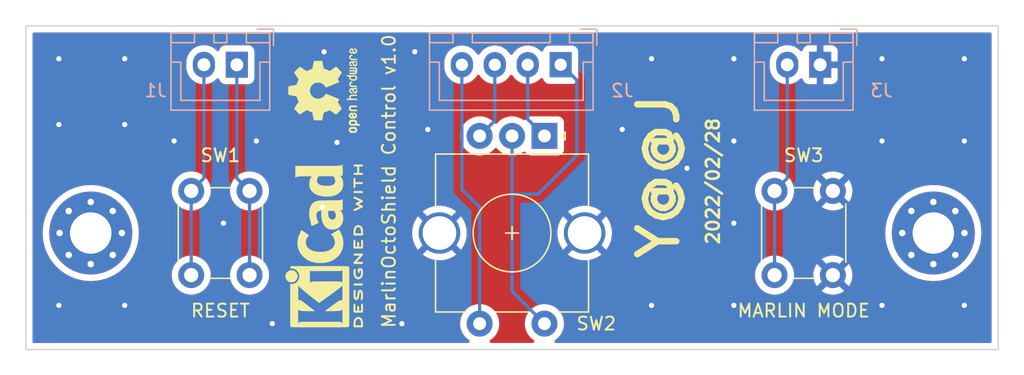
<source format=kicad_pcb>
(kicad_pcb (version 20211014) (generator pcbnew)
  (title_block (title "12864 Emulator for OctoPrint (MarlinEmu) : Control") (date "2022-02-28") (rev "1.0") (company "Yet Another Average Joe"))
  (layers (0 "F.Cu" signal) (31 "B.Cu" signal) (34 "B.Paste" user) (35 "F.Paste" user) (36 "B.SilkS" user "B.Silkscreen") (37 "F.SilkS" user "F.Silkscreen") (38 "B.Mask" user) (39 "F.Mask" user) (44 "Edge.Cuts" user))
  (net 0 "")
  (net 1 "BTN_ENC")
  (net 2 "GND")
  (net 3 "+5V")
  (net 4 "BTN_EN1")
  (net 5 "BTN_EN2")
  (net 6 "BTN_MODE")
  (net 7 "RESET")
  (net 8 "CMN_ENC")
  (footprint "Symbol:KiCad-Logo2_5mm_SilkScreen" (layer "F.Cu") (at 23 17 90)
    (fp_text reference "" hide)
    (fp_text value "KiCad-Logo2_5mm_SilkScreen" hide)
  )
  (footprint "Symbol:OSHW-Logo2_7.3x6mm_SilkScreen" (layer "F.Cu") (at 23 5 90)
    (fp_text reference "" hide)
    (fp_text value "OSHW-Logo2_7.3x6mm_SilkScreen" hide)
  )
  (footprint "YAAJ_Switches:SW_PUSH_6mm_H4.3mm_Orig_Center" (layer "F.Cu") (at 15 16 -90)
    (fp_text reference "SW1" (at -6 0) (layer "F.SilkS"))
    (fp_text value "SW_Push" hide)
    (pad "1" thru_hole circle (at -3.25 -2.25) (size 2 2) (drill 1.1) (layers *.Cu *.Mask) (net 7 "RESET"))
    (pad "1" thru_hole circle (at 3.25 -2.25) (size 2 2) (drill 1.1) (layers *.Cu *.Mask) (net 7 "RESET"))
    (pad "2" thru_hole circle (at 3.25 2.25) (size 2 2) (drill 1.1) (layers *.Cu *.Mask) (net 3 "+5V"))
    (pad "2" thru_hole circle (at -3.25 2.25) (size 2 2) (drill 1.1) (layers *.Cu *.Mask) (net 3 "+5V"))
  )
  (footprint "MountingHole:MountingHole_3.2mm_M3_Pad_Via" (layer "F.Cu") (at 5 16)
    (fp_text reference "H2" hide)
    (fp_text value "MountingHole" hide)
    (pad "1" thru_hole circle (at 0 0) (size 6.4 6.4) (drill 3.2) (layers *.Cu *.Mask))
    (pad "1" thru_hole circle (at 0 2.4) (size 0.8 0.8) (drill 0.5) (layers *.Cu *.Mask))
    (pad "1" thru_hole circle (at -2.4 0) (size 0.8 0.8) (drill 0.5) (layers *.Cu *.Mask))
    (pad "1" thru_hole circle (at -1.697056 1.697056) (size 0.8 0.8) (drill 0.5) (layers *.Cu *.Mask))
    (pad "1" thru_hole circle (at 2.4 0) (size 0.8 0.8) (drill 0.5) (layers *.Cu *.Mask))
    (pad "1" thru_hole circle (at 0 -2.4) (size 0.8 0.8) (drill 0.5) (layers *.Cu *.Mask))
    (pad "1" thru_hole circle (at -1.697056 -1.697056) (size 0.8 0.8) (drill 0.5) (layers *.Cu *.Mask))
    (pad "1" thru_hole circle (at 1.697056 -1.697056) (size 0.8 0.8) (drill 0.5) (layers *.Cu *.Mask))
    (pad "1" thru_hole circle (at 1.697056 1.697056) (size 0.8 0.8) (drill 0.5) (layers *.Cu *.Mask))
  )
  (footprint "MountingHole:MountingHole_3.2mm_M3_Pad_Via" (layer "F.Cu") (at 70 16)
    (fp_text reference "H1" hide)
    (fp_text value "MountingHole" hide)
    (pad "1" thru_hole circle (at 2.4 0) (size 0.8 0.8) (drill 0.5) (layers *.Cu *.Mask))
    (pad "1" thru_hole circle (at 0 0) (size 6.4 6.4) (drill 3.2) (layers *.Cu *.Mask))
    (pad "1" thru_hole circle (at -1.697056 1.697056) (size 0.8 0.8) (drill 0.5) (layers *.Cu *.Mask))
    (pad "1" thru_hole circle (at -2.4 0) (size 0.8 0.8) (drill 0.5) (layers *.Cu *.Mask))
    (pad "1" thru_hole circle (at 0 -2.4) (size 0.8 0.8) (drill 0.5) (layers *.Cu *.Mask))
    (pad "1" thru_hole circle (at 1.697056 -1.697056) (size 0.8 0.8) (drill 0.5) (layers *.Cu *.Mask))
    (pad "1" thru_hole circle (at -1.697056 -1.697056) (size 0.8 0.8) (drill 0.5) (layers *.Cu *.Mask))
    (pad "1" thru_hole circle (at 0 2.4) (size 0.8 0.8) (drill 0.5) (layers *.Cu *.Mask))
    (pad "1" thru_hole circle (at 1.697056 1.697056) (size 0.8 0.8) (drill 0.5) (layers *.Cu *.Mask))
  )
  (footprint "YAAJ_Switches:RotaryEncoder_Alps_EC11E-Switch_Vertical_H20mm_CircularMountingHoles_Orig_Center" (layer "F.Cu") (at 37.5 16 -90)
    (fp_text reference "SW2" (at 7 -6.5) (layer "F.SilkS"))
    (fp_text value "RotaryEncoder_Switch" hide)
    (pad "A" thru_hole rect (at -7.5 -2.5 270) (size 2 2) (drill 1) (layers *.Cu *.Mask) (net 4 "BTN_EN1"))
    (pad "B" thru_hole circle (at -7.5 2.5 270) (size 2 2) (drill 1) (layers *.Cu *.Mask) (net 5 "BTN_EN2"))
    (pad "C" thru_hole circle (at -7.5 0 270) (size 2 2) (drill 1) (layers *.Cu *.Mask) (net 8 "CMN_ENC"))
    (pad "MP" thru_hole circle (at 0 -5.6 270) (size 3.2 3.2) (drill 2.6) (layers *.Cu *.Mask) (net 2 "GND"))
    (pad "MP" thru_hole circle (at 0 5.6 270) (size 3.2 3.2) (drill 2.6) (layers *.Cu *.Mask) (net 2 "GND"))
    (pad "S1" thru_hole circle (at 7 2.5 270) (size 2 2) (drill 1) (layers *.Cu *.Mask) (net 1 "BTN_ENC"))
    (pad "S2" thru_hole circle (at 7 -2.5 270) (size 2 2) (drill 1) (layers *.Cu *.Mask) (net 8 "CMN_ENC"))
  )
  (footprint "YAAJ_Switches:SW_PUSH_6mm_H4.3mm_Orig_Center" (layer "F.Cu") (at 60 16 -90)
    (fp_text reference "SW3" (at -6 0) (layer "F.SilkS"))
    (fp_text value "SW_Push" hide)
    (pad "1" thru_hole circle (at 3.25 -2.25) (size 2 2) (drill 1.1) (layers *.Cu *.Mask) (net 2 "GND"))
    (pad "1" thru_hole circle (at -3.25 -2.25) (size 2 2) (drill 1.1) (layers *.Cu *.Mask) (net 2 "GND"))
    (pad "2" thru_hole circle (at -3.25 2.25) (size 2 2) (drill 1.1) (layers *.Cu *.Mask) (net 6 "BTN_MODE"))
    (pad "2" thru_hole circle (at 3.25 2.25) (size 2 2) (drill 1.1) (layers *.Cu *.Mask) (net 6 "BTN_MODE"))
  )
  (footprint "YAAJ_Connectors:JST_KNOCKOFF_XH_B2B-XH-A_1x02_P2.54mm_Vertical" (layer "B.Cu") (at 61.27 3 180)
    (fp_text reference "J3" (at -4.73 -2) (layer "B.SilkS") (effects (justify mirror)))
    (fp_text value "Conn_01x02_Male" hide)
    (pad "1" thru_hole rect (at 0 0 180) (size 1.7 2) (drill 1) (layers *.Cu *.Mask) (net 2 "GND"))
    (pad "2" thru_hole oval (at 2.54 0 180) (size 1.7 2) (drill 1) (layers *.Cu *.Mask) (net 6 "BTN_MODE"))
  )
  (footprint "YAAJ_Connectors:JST_KNOCKOFF_XH_B4B-XH-A_1x04_P2.54mm_Vertical" (layer "B.Cu") (at 41.25 3 180)
    (fp_text reference "J2" (at -4.75 -2) (layer "B.SilkS") (effects (justify mirror)))
    (fp_text value "Conn_01x04_Male" hide)
    (pad "1" thru_hole rect (at 0 0 180) (size 1.7 1.95) (drill 0.95) (layers *.Cu *.Mask) (net 8 "CMN_ENC"))
    (pad "2" thru_hole oval (at 2.54 0 180) (size 1.7 1.95) (drill 0.95) (layers *.Cu *.Mask) (net 4 "BTN_EN1"))
    (pad "3" thru_hole oval (at 5.08 0 180) (size 1.7 1.95) (drill 0.95) (layers *.Cu *.Mask) (net 5 "BTN_EN2"))
    (pad "4" thru_hole oval (at 7.62 0 180) (size 1.7 1.95) (drill 0.95) (layers *.Cu *.Mask) (net 1 "BTN_ENC"))
  )
  (footprint "YAAJ_Connectors:JST_KNOCKOFF_XH_B2B-XH-A_1x02_P2.54mm_Vertical" (layer "B.Cu") (at 16.27 3 180)
    (fp_text reference "J1" (at 6.27 -2) (layer "B.SilkS") (effects (justify mirror)))
    (fp_text value "Conn_01x02_Male" hide)
    (pad "1" thru_hole rect (at 0 0 180) (size 1.7 2) (drill 1) (layers *.Cu *.Mask) (net 7 "RESET"))
    (pad "2" thru_hole oval (at 2.54 0 180) (size 1.7 2) (drill 1) (layers *.Cu *.Mask) (net 3 "+5V"))
  )
  (gr_rect locked (start 0 0) (end 75 25) (layer "Edge.Cuts") (width 0.1) (fill none))
  (gr_text "MARLIN MODE" (at 60 22) (layer "F.SilkS") (effects (font (size 1 1))))
  (gr_text "RESET" (at 15 22) (layer "F.SilkS") (effects (font (size 1 1))))
  (gr_text "Y@@J" (at 48.801327 11.631004 90) (layer "F.SilkS") (effects (font (size 3 3) (thickness 0.5))))
  (gr_text "MarlinOctoShield Control v1.0" (at 28 12 90) (layer "F.SilkS") (effects (font (size 1 1))))
  (gr_text "2022/02/28" (at 53 12 90) (layer "F.SilkS") (effects (font (size 1 1) (thickness 0.2))))
  (segment (start 35 14) (end 35 23) (width 0.25) (layer "B.Cu") (net 1))
  (segment (start 33.63 12.63) (end 35 14) (width 0.25) (layer "B.Cu") (net 1))
  (segment (start 33.63 3) (end 33.63 12.63) (width 0.25) (layer "B.Cu") (net 1))
  (via (at 54.61 2.54) (size 0.8) (drill 0.4) (layers "F.Cu" "B.Cu") (net 2))
  (via (at 48.26 2.54) (size 0.8) (drill 0.4) (layers "F.Cu" "B.Cu") (net 2))
  (via (at 17.78 8.89) (size 0.8) (drill 0.4) (layers "F.Cu" "B.Cu") (net 2))
  (via (at 66.04 21.59) (size 0.8) (drill 0.4) (layers "F.Cu" "B.Cu") (net 2))
  (via (at 66.04 2.54) (size 0.8) (drill 0.4) (layers "F.Cu" "B.Cu") (net 2))
  (via (at 72.39 2.54) (size 0.8) (drill 0.4) (layers "F.Cu" "B.Cu") (net 2))
  (via (at 2.54 21.59) (size 0.8) (drill 0.4) (layers "F.Cu" "B.Cu") (net 2))
  (via (at 72.39 8.89) (size 0.8) (drill 0.4) (layers "F.Cu" "B.Cu") (net 2))
  (via (at 46 8) (size 0.8) (drill 0.4) (layers "F.Cu" "B.Cu") (net 2))
  (via (at 22.86 14) (size 0.8) (drill 0.4) (layers "F.Cu" "B.Cu") (net 2))
  (via (at 51 11) (size 0.8) (drill 0.4) (layers "F.Cu" "B.Cu") (net 2))
  (via (at 2.54 7.62) (size 0.8) (drill 0.4) (layers "F.Cu" "B.Cu") (net 2))
  (via (at 29 23) (size 0.8) (drill 0.4) (layers "F.Cu" "B.Cu") (net 2))
  (via (at 72.39 21.59) (size 0.8) (drill 0.4) (layers "F.Cu" "B.Cu") (net 2))
  (via (at 7.62 21.59) (size 0.8) (drill 0.4) (layers "F.Cu" "B.Cu") (net 2))
  (via (at 15.24 15.24) (size 0.8) (drill 0.4) (layers "F.Cu" "B.Cu") (net 2))
  (via (at 54.61 15.24) (size 0.8) (drill 0.4) (layers "F.Cu" "B.Cu") (net 2))
  (via (at 2.54 2.54) (size 0.8) (drill 0.4) (layers "F.Cu" "B.Cu") (net 2))
  (via (at 66.04 8.89) (size 0.8) (drill 0.4) (layers "F.Cu" "B.Cu") (net 2))
  (via (at 24 9) (size 0.8) (drill 0.4) (layers "F.Cu" "B.Cu") (net 2))
  (via (at 31 8) (size 0.8) (drill 0.4) (layers "F.Cu" "B.Cu") (net 2))
  (via (at 7.62 7.62) (size 0.8) (drill 0.4) (layers "F.Cu" "B.Cu") (net 2))
  (via (at 19 23) (size 0.8) (drill 0.4) (layers "F.Cu" "B.Cu") (net 2))
  (via (at 48.26 21.59) (size 0.8) (drill 0.4) (layers "F.Cu" "B.Cu") (net 2))
  (via (at 23 2) (size 0.8) (drill 0.4) (layers "F.Cu" "B.Cu") (net 2))
  (via (at 11.43 8.89) (size 0.8) (drill 0.4) (layers "F.Cu" "B.Cu") (net 2))
  (via (at 54.61 8.89) (size 0.8) (drill 0.4) (layers "F.Cu" "B.Cu") (net 2))
  (via (at 54.61 21.59) (size 0.8) (drill 0.4) (layers "F.Cu" "B.Cu") (net 2))
  (via (at 30 2) (size 0.8) (drill 0.4) (layers "F.Cu" "B.Cu") (net 2))
  (via (at 7.62 2.54) (size 0.8) (drill 0.4) (layers "F.Cu" "B.Cu") (net 2))
  (segment (start 12.75 12.75) (end 12.75 19.25) (width 0.25) (layer "B.Cu") (net 3))
  (segment (start 13.73 3) (end 13.73 11.77) (width 0.25) (layer "B.Cu") (net 3))
  (segment (start 13.73 11.77) (end 12.75 12.75) (width 0.25) (layer "B.Cu") (net 3))
  (segment (start 38.71 7.21) (end 40 8.5) (width 0.25) (layer "B.Cu") (net 4))
  (segment (start 38.71 3) (end 38.71 7.21) (width 0.25) (layer "B.Cu") (net 4))
  (segment (start 36.17 3) (end 36.17 7.33) (width 0.25) (layer "B.Cu") (net 5))
  (segment (start 36.17 7.33) (end 35 8.5) (width 0.25) (layer "B.Cu") (net 5))
  (segment (start 58.73 11.77) (end 57.75 12.75) (width 0.25) (layer "B.Cu") (net 6))
  (segment (start 58.73 3) (end 58.73 11.77) (width 0.25) (layer "B.Cu") (net 6))
  (segment (start 57.75 12.75) (end 57.75 19.25) (width 0.25) (layer "B.Cu") (net 6))
  (segment (start 16.27 11.77) (end 17.25 12.75) (width 0.25) (layer "B.Cu") (net 7))
  (segment (start 16.27 3) (end 16.27 11.77) (width 0.25) (layer "B.Cu") (net 7))
  (segment (start 17.25 12.75) (end 17.25 19.25) (width 0.25) (layer "B.Cu") (net 7))
  (segment (start 41.31 3) (end 42.5 4.19) (width 0.25) (layer "B.Cu") (net 8))
  (segment (start 40 23) (end 37.5 20.5) (width 0.25) (layer "B.Cu") (net 8))
  (segment (start 37.5 13) (end 37.5 8.5) (width 0.25) (layer "B.Cu") (net 8))
  (segment (start 37.5 20.5) (end 37.5 13) (width 0.25) (layer "B.Cu") (net 8))
  (segment (start 39.5 13) (end 37.5 13) (width 0.25) (layer "B.Cu") (net 8))
  (segment (start 42.5 4.19) (end 42.5 10) (width 0.25) (layer "B.Cu") (net 8))
  (segment (start 42.5 10) (end 39.5 13) (width 0.25) (layer "B.Cu") (net 8))
  (zone (net 2) (net_name "GND") (layers F&B.Cu) (connect_pads (clearance 0.508)) (min_thickness 0.254) (fill yes (thermal_gap 0.508) (thermal_bridge_width 0.508))
    (polygon (pts (xy 77 27) (xy -2 27) (xy -2 -2) (xy 77 -2)))
  )
)
</source>
